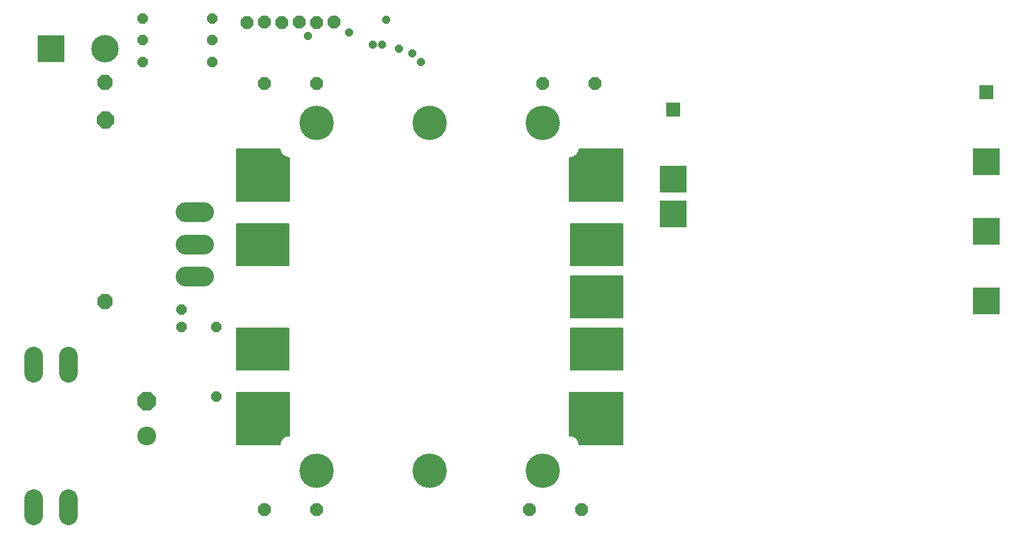
<source format=gts>
G75*
G70*
%OFA0B0*%
%FSLAX24Y24*%
%IPPOS*%
%LPD*%
%AMOC8*
5,1,8,0,0,1.08239X$1,22.5*
%
%ADD10C,0.1980*%
%ADD11C,0.0050*%
%ADD12OC8,0.0600*%
%ADD13C,0.1080*%
%ADD14OC8,0.1080*%
%ADD15OC8,0.0740*%
%ADD16R,0.0789X0.0789*%
%ADD17R,0.1580X0.1580*%
%ADD18C,0.1145*%
%ADD19C,0.1080*%
%ADD20C,0.1580*%
%ADD21OC8,0.0860*%
%ADD22OC8,0.0710*%
%ADD23OC8,0.0440*%
%ADD24OC8,0.0972*%
D10*
X018101Y006101D03*
X024601Y006101D03*
X031101Y006101D03*
X031101Y026101D03*
X024601Y026101D03*
X018101Y026101D03*
D11*
X016001Y024601D02*
X016013Y024510D01*
X016041Y024423D01*
X016084Y024342D01*
X016140Y024269D01*
X016207Y024208D01*
X016285Y024159D01*
X016370Y024124D01*
X016459Y024104D01*
X016551Y024101D01*
X016551Y021601D01*
X013501Y021601D01*
X013501Y024601D01*
X016001Y024601D01*
X016005Y024567D02*
X013501Y024567D01*
X013501Y024518D02*
X016012Y024518D01*
X016026Y024470D02*
X013501Y024470D01*
X013501Y024421D02*
X016042Y024421D01*
X016067Y024372D02*
X013501Y024372D01*
X013501Y024324D02*
X016097Y024324D01*
X016135Y024275D02*
X013501Y024275D01*
X013501Y024227D02*
X016186Y024227D01*
X016254Y024178D02*
X013501Y024178D01*
X013501Y024130D02*
X016355Y024130D01*
X016551Y024081D02*
X013501Y024081D01*
X013501Y024033D02*
X016551Y024033D01*
X016551Y023984D02*
X013501Y023984D01*
X013501Y023936D02*
X016551Y023936D01*
X016551Y023887D02*
X013501Y023887D01*
X013501Y023838D02*
X016551Y023838D01*
X016551Y023790D02*
X013501Y023790D01*
X013501Y023741D02*
X016551Y023741D01*
X016551Y023693D02*
X013501Y023693D01*
X013501Y023644D02*
X016551Y023644D01*
X016551Y023596D02*
X013501Y023596D01*
X013501Y023547D02*
X016551Y023547D01*
X016551Y023499D02*
X013501Y023499D01*
X013501Y023450D02*
X016551Y023450D01*
X016551Y023402D02*
X013501Y023402D01*
X013501Y023353D02*
X016551Y023353D01*
X016551Y023304D02*
X013501Y023304D01*
X013501Y023256D02*
X016551Y023256D01*
X016551Y023207D02*
X013501Y023207D01*
X013501Y023159D02*
X016551Y023159D01*
X016551Y023110D02*
X013501Y023110D01*
X013501Y023062D02*
X016551Y023062D01*
X016551Y023013D02*
X013501Y023013D01*
X013501Y022965D02*
X016551Y022965D01*
X016551Y022916D02*
X013501Y022916D01*
X013501Y022868D02*
X016551Y022868D01*
X016551Y022819D02*
X013501Y022819D01*
X013501Y022771D02*
X016551Y022771D01*
X016551Y022722D02*
X013501Y022722D01*
X013501Y022673D02*
X016551Y022673D01*
X016551Y022625D02*
X013501Y022625D01*
X013501Y022576D02*
X016551Y022576D01*
X016551Y022528D02*
X013501Y022528D01*
X013501Y022479D02*
X016551Y022479D01*
X016551Y022431D02*
X013501Y022431D01*
X013501Y022382D02*
X016551Y022382D01*
X016551Y022334D02*
X013501Y022334D01*
X013501Y022285D02*
X016551Y022285D01*
X016551Y022237D02*
X013501Y022237D01*
X013501Y022188D02*
X016551Y022188D01*
X016551Y022139D02*
X013501Y022139D01*
X013501Y022091D02*
X016551Y022091D01*
X016551Y022042D02*
X013501Y022042D01*
X013501Y021994D02*
X016551Y021994D01*
X016551Y021945D02*
X013501Y021945D01*
X013501Y021897D02*
X016551Y021897D01*
X016551Y021848D02*
X013501Y021848D01*
X013501Y021800D02*
X016551Y021800D01*
X016551Y021751D02*
X013501Y021751D01*
X013501Y021703D02*
X016551Y021703D01*
X016551Y021654D02*
X013501Y021654D01*
X013501Y021605D02*
X016551Y021605D01*
X016501Y020301D02*
X013501Y020301D01*
X013501Y017901D01*
X016501Y017901D01*
X016501Y020301D01*
X016501Y020295D02*
X013501Y020295D01*
X013501Y020246D02*
X016501Y020246D01*
X016501Y020198D02*
X013501Y020198D01*
X013501Y020149D02*
X016501Y020149D01*
X016501Y020101D02*
X013501Y020101D01*
X013501Y020052D02*
X016501Y020052D01*
X016501Y020004D02*
X013501Y020004D01*
X013501Y019955D02*
X016501Y019955D01*
X016501Y019906D02*
X013501Y019906D01*
X013501Y019858D02*
X016501Y019858D01*
X016501Y019809D02*
X013501Y019809D01*
X013501Y019761D02*
X016501Y019761D01*
X016501Y019712D02*
X013501Y019712D01*
X013501Y019664D02*
X016501Y019664D01*
X016501Y019615D02*
X013501Y019615D01*
X013501Y019567D02*
X016501Y019567D01*
X016501Y019518D02*
X013501Y019518D01*
X013501Y019470D02*
X016501Y019470D01*
X016501Y019421D02*
X013501Y019421D01*
X013501Y019372D02*
X016501Y019372D01*
X016501Y019324D02*
X013501Y019324D01*
X013501Y019275D02*
X016501Y019275D01*
X016501Y019227D02*
X013501Y019227D01*
X013501Y019178D02*
X016501Y019178D01*
X016501Y019130D02*
X013501Y019130D01*
X013501Y019081D02*
X016501Y019081D01*
X016501Y019033D02*
X013501Y019033D01*
X013501Y018984D02*
X016501Y018984D01*
X016501Y018936D02*
X013501Y018936D01*
X013501Y018887D02*
X016501Y018887D01*
X016501Y018839D02*
X013501Y018839D01*
X013501Y018790D02*
X016501Y018790D01*
X016501Y018741D02*
X013501Y018741D01*
X013501Y018693D02*
X016501Y018693D01*
X016501Y018644D02*
X013501Y018644D01*
X013501Y018596D02*
X016501Y018596D01*
X016501Y018547D02*
X013501Y018547D01*
X013501Y018499D02*
X016501Y018499D01*
X016501Y018450D02*
X013501Y018450D01*
X013501Y018402D02*
X016501Y018402D01*
X016501Y018353D02*
X013501Y018353D01*
X013501Y018305D02*
X016501Y018305D01*
X016501Y018256D02*
X013501Y018256D01*
X013501Y018207D02*
X016501Y018207D01*
X016501Y018159D02*
X013501Y018159D01*
X013501Y018110D02*
X016501Y018110D01*
X016501Y018062D02*
X013501Y018062D01*
X013501Y018013D02*
X016501Y018013D01*
X016501Y017965D02*
X013501Y017965D01*
X013501Y017916D02*
X016501Y017916D01*
X016501Y014301D02*
X013501Y014301D01*
X013501Y011901D01*
X016501Y011901D01*
X016501Y014301D01*
X016501Y014275D02*
X013501Y014275D01*
X013501Y014227D02*
X016501Y014227D01*
X016501Y014178D02*
X013501Y014178D01*
X013501Y014130D02*
X016501Y014130D01*
X016501Y014081D02*
X013501Y014081D01*
X013501Y014033D02*
X016501Y014033D01*
X016501Y013984D02*
X013501Y013984D01*
X013501Y013936D02*
X016501Y013936D01*
X016501Y013887D02*
X013501Y013887D01*
X013501Y013839D02*
X016501Y013839D01*
X016501Y013790D02*
X013501Y013790D01*
X013501Y013741D02*
X016501Y013741D01*
X016501Y013693D02*
X013501Y013693D01*
X013501Y013644D02*
X016501Y013644D01*
X016501Y013596D02*
X013501Y013596D01*
X013501Y013547D02*
X016501Y013547D01*
X016501Y013499D02*
X013501Y013499D01*
X013501Y013450D02*
X016501Y013450D01*
X016501Y013402D02*
X013501Y013402D01*
X013501Y013353D02*
X016501Y013353D01*
X016501Y013305D02*
X013501Y013305D01*
X013501Y013256D02*
X016501Y013256D01*
X016501Y013207D02*
X013501Y013207D01*
X013501Y013159D02*
X016501Y013159D01*
X016501Y013110D02*
X013501Y013110D01*
X013501Y013062D02*
X016501Y013062D01*
X016501Y013013D02*
X013501Y013013D01*
X013501Y012965D02*
X016501Y012965D01*
X016501Y012916D02*
X013501Y012916D01*
X013501Y012868D02*
X016501Y012868D01*
X016501Y012819D02*
X013501Y012819D01*
X013501Y012771D02*
X016501Y012771D01*
X016501Y012722D02*
X013501Y012722D01*
X013501Y012674D02*
X016501Y012674D01*
X016501Y012625D02*
X013501Y012625D01*
X013501Y012576D02*
X016501Y012576D01*
X016501Y012528D02*
X013501Y012528D01*
X013501Y012479D02*
X016501Y012479D01*
X016501Y012431D02*
X013501Y012431D01*
X013501Y012382D02*
X016501Y012382D01*
X016501Y012334D02*
X013501Y012334D01*
X013501Y012285D02*
X016501Y012285D01*
X016501Y012237D02*
X013501Y012237D01*
X013501Y012188D02*
X016501Y012188D01*
X016501Y012140D02*
X013501Y012140D01*
X013501Y012091D02*
X016501Y012091D01*
X016501Y012042D02*
X013501Y012042D01*
X013501Y011994D02*
X016501Y011994D01*
X016501Y011945D02*
X013501Y011945D01*
X013501Y010601D02*
X013501Y007601D01*
X016001Y007601D01*
X016013Y007692D01*
X016041Y007779D01*
X016084Y007860D01*
X016140Y007932D01*
X016207Y007994D01*
X016285Y008043D01*
X016370Y008078D01*
X016459Y008097D01*
X016551Y008101D01*
X016551Y010601D01*
X013501Y010601D01*
X013501Y010586D02*
X016551Y010586D01*
X016551Y010538D02*
X013501Y010538D01*
X013501Y010489D02*
X016551Y010489D01*
X016551Y010441D02*
X013501Y010441D01*
X013501Y010392D02*
X016551Y010392D01*
X016551Y010343D02*
X013501Y010343D01*
X013501Y010295D02*
X016551Y010295D01*
X016551Y010246D02*
X013501Y010246D01*
X013501Y010198D02*
X016551Y010198D01*
X016551Y010149D02*
X013501Y010149D01*
X013501Y010101D02*
X016551Y010101D01*
X016551Y010052D02*
X013501Y010052D01*
X013501Y010004D02*
X016551Y010004D01*
X016551Y009955D02*
X013501Y009955D01*
X013501Y009907D02*
X016551Y009907D01*
X016551Y009858D02*
X013501Y009858D01*
X013501Y009809D02*
X016551Y009809D01*
X016551Y009761D02*
X013501Y009761D01*
X013501Y009712D02*
X016551Y009712D01*
X016551Y009664D02*
X013501Y009664D01*
X013501Y009615D02*
X016551Y009615D01*
X016551Y009567D02*
X013501Y009567D01*
X013501Y009518D02*
X016551Y009518D01*
X016551Y009470D02*
X013501Y009470D01*
X013501Y009421D02*
X016551Y009421D01*
X016551Y009373D02*
X013501Y009373D01*
X013501Y009324D02*
X016551Y009324D01*
X016551Y009275D02*
X013501Y009275D01*
X013501Y009227D02*
X016551Y009227D01*
X016551Y009178D02*
X013501Y009178D01*
X013501Y009130D02*
X016551Y009130D01*
X016551Y009081D02*
X013501Y009081D01*
X013501Y009033D02*
X016551Y009033D01*
X016551Y008984D02*
X013501Y008984D01*
X013501Y008936D02*
X016551Y008936D01*
X016551Y008887D02*
X013501Y008887D01*
X013501Y008839D02*
X016551Y008839D01*
X016551Y008790D02*
X013501Y008790D01*
X013501Y008741D02*
X016551Y008741D01*
X016551Y008693D02*
X013501Y008693D01*
X013501Y008644D02*
X016551Y008644D01*
X016551Y008596D02*
X013501Y008596D01*
X013501Y008547D02*
X016551Y008547D01*
X016551Y008499D02*
X013501Y008499D01*
X013501Y008450D02*
X016551Y008450D01*
X016551Y008402D02*
X013501Y008402D01*
X013501Y008353D02*
X016551Y008353D01*
X016551Y008305D02*
X013501Y008305D01*
X013501Y008256D02*
X016551Y008256D01*
X016551Y008208D02*
X013501Y008208D01*
X013501Y008159D02*
X016551Y008159D01*
X016551Y008110D02*
X013501Y008110D01*
X013501Y008062D02*
X016331Y008062D01*
X016238Y008013D02*
X013501Y008013D01*
X013501Y007965D02*
X016175Y007965D01*
X016127Y007916D02*
X013501Y007916D01*
X013501Y007868D02*
X016090Y007868D01*
X016062Y007819D02*
X013501Y007819D01*
X013501Y007771D02*
X016038Y007771D01*
X016023Y007722D02*
X013501Y007722D01*
X013501Y007674D02*
X016011Y007674D01*
X016004Y007625D02*
X013501Y007625D01*
X032651Y008101D02*
X032651Y010601D01*
X035701Y010601D01*
X035701Y007601D01*
X033201Y007601D01*
X033188Y007692D01*
X033161Y007779D01*
X033118Y007860D01*
X033062Y007932D01*
X032994Y007994D01*
X032917Y008043D01*
X032832Y008078D01*
X032742Y008097D01*
X032651Y008101D01*
X032651Y008110D02*
X035701Y008110D01*
X035701Y008062D02*
X032870Y008062D01*
X032964Y008013D02*
X035701Y008013D01*
X035701Y007965D02*
X033026Y007965D01*
X033074Y007916D02*
X035701Y007916D01*
X035701Y007868D02*
X033112Y007868D01*
X033139Y007819D02*
X035701Y007819D01*
X035701Y007771D02*
X033163Y007771D01*
X033179Y007722D02*
X035701Y007722D01*
X035701Y007674D02*
X033191Y007674D01*
X033198Y007625D02*
X035701Y007625D01*
X035701Y008159D02*
X032651Y008159D01*
X032651Y008208D02*
X035701Y008208D01*
X035701Y008256D02*
X032651Y008256D01*
X032651Y008305D02*
X035701Y008305D01*
X035701Y008353D02*
X032651Y008353D01*
X032651Y008402D02*
X035701Y008402D01*
X035701Y008450D02*
X032651Y008450D01*
X032651Y008499D02*
X035701Y008499D01*
X035701Y008547D02*
X032651Y008547D01*
X032651Y008596D02*
X035701Y008596D01*
X035701Y008644D02*
X032651Y008644D01*
X032651Y008693D02*
X035701Y008693D01*
X035701Y008741D02*
X032651Y008741D01*
X032651Y008790D02*
X035701Y008790D01*
X035701Y008839D02*
X032651Y008839D01*
X032651Y008887D02*
X035701Y008887D01*
X035701Y008936D02*
X032651Y008936D01*
X032651Y008984D02*
X035701Y008984D01*
X035701Y009033D02*
X032651Y009033D01*
X032651Y009081D02*
X035701Y009081D01*
X035701Y009130D02*
X032651Y009130D01*
X032651Y009178D02*
X035701Y009178D01*
X035701Y009227D02*
X032651Y009227D01*
X032651Y009275D02*
X035701Y009275D01*
X035701Y009324D02*
X032651Y009324D01*
X032651Y009373D02*
X035701Y009373D01*
X035701Y009421D02*
X032651Y009421D01*
X032651Y009470D02*
X035701Y009470D01*
X035701Y009518D02*
X032651Y009518D01*
X032651Y009567D02*
X035701Y009567D01*
X035701Y009615D02*
X032651Y009615D01*
X032651Y009664D02*
X035701Y009664D01*
X035701Y009712D02*
X032651Y009712D01*
X032651Y009761D02*
X035701Y009761D01*
X035701Y009809D02*
X032651Y009809D01*
X032651Y009858D02*
X035701Y009858D01*
X035701Y009907D02*
X032651Y009907D01*
X032651Y009955D02*
X035701Y009955D01*
X035701Y010004D02*
X032651Y010004D01*
X032651Y010052D02*
X035701Y010052D01*
X035701Y010101D02*
X032651Y010101D01*
X032651Y010149D02*
X035701Y010149D01*
X035701Y010198D02*
X032651Y010198D01*
X032651Y010246D02*
X035701Y010246D01*
X035701Y010295D02*
X032651Y010295D01*
X032651Y010343D02*
X035701Y010343D01*
X035701Y010392D02*
X032651Y010392D01*
X032651Y010441D02*
X035701Y010441D01*
X035701Y010489D02*
X032651Y010489D01*
X032651Y010538D02*
X035701Y010538D01*
X035701Y010586D02*
X032651Y010586D01*
X032701Y011901D02*
X035701Y011901D01*
X035701Y014301D01*
X032701Y014301D01*
X032701Y011901D01*
X032701Y011945D02*
X035701Y011945D01*
X035701Y011994D02*
X032701Y011994D01*
X032701Y012042D02*
X035701Y012042D01*
X035701Y012091D02*
X032701Y012091D01*
X032701Y012140D02*
X035701Y012140D01*
X035701Y012188D02*
X032701Y012188D01*
X032701Y012237D02*
X035701Y012237D01*
X035701Y012285D02*
X032701Y012285D01*
X032701Y012334D02*
X035701Y012334D01*
X035701Y012382D02*
X032701Y012382D01*
X032701Y012431D02*
X035701Y012431D01*
X035701Y012479D02*
X032701Y012479D01*
X032701Y012528D02*
X035701Y012528D01*
X035701Y012576D02*
X032701Y012576D01*
X032701Y012625D02*
X035701Y012625D01*
X035701Y012674D02*
X032701Y012674D01*
X032701Y012722D02*
X035701Y012722D01*
X035701Y012771D02*
X032701Y012771D01*
X032701Y012819D02*
X035701Y012819D01*
X035701Y012868D02*
X032701Y012868D01*
X032701Y012916D02*
X035701Y012916D01*
X035701Y012965D02*
X032701Y012965D01*
X032701Y013013D02*
X035701Y013013D01*
X035701Y013062D02*
X032701Y013062D01*
X032701Y013110D02*
X035701Y013110D01*
X035701Y013159D02*
X032701Y013159D01*
X032701Y013207D02*
X035701Y013207D01*
X035701Y013256D02*
X032701Y013256D01*
X032701Y013305D02*
X035701Y013305D01*
X035701Y013353D02*
X032701Y013353D01*
X032701Y013402D02*
X035701Y013402D01*
X035701Y013450D02*
X032701Y013450D01*
X032701Y013499D02*
X035701Y013499D01*
X035701Y013547D02*
X032701Y013547D01*
X032701Y013596D02*
X035701Y013596D01*
X035701Y013644D02*
X032701Y013644D01*
X032701Y013693D02*
X035701Y013693D01*
X035701Y013741D02*
X032701Y013741D01*
X032701Y013790D02*
X035701Y013790D01*
X035701Y013839D02*
X032701Y013839D01*
X032701Y013887D02*
X035701Y013887D01*
X035701Y013936D02*
X032701Y013936D01*
X032701Y013984D02*
X035701Y013984D01*
X035701Y014033D02*
X032701Y014033D01*
X032701Y014081D02*
X035701Y014081D01*
X035701Y014130D02*
X032701Y014130D01*
X032701Y014178D02*
X035701Y014178D01*
X035701Y014227D02*
X032701Y014227D01*
X032701Y014275D02*
X035701Y014275D01*
X035701Y014901D02*
X032701Y014901D01*
X032701Y017301D01*
X035701Y017301D01*
X035701Y014901D01*
X035701Y014906D02*
X032701Y014906D01*
X032701Y014955D02*
X035701Y014955D01*
X035701Y015004D02*
X032701Y015004D01*
X032701Y015052D02*
X035701Y015052D01*
X035701Y015101D02*
X032701Y015101D01*
X032701Y015149D02*
X035701Y015149D01*
X035701Y015198D02*
X032701Y015198D01*
X032701Y015246D02*
X035701Y015246D01*
X035701Y015295D02*
X032701Y015295D01*
X032701Y015343D02*
X035701Y015343D01*
X035701Y015392D02*
X032701Y015392D01*
X032701Y015440D02*
X035701Y015440D01*
X035701Y015489D02*
X032701Y015489D01*
X032701Y015538D02*
X035701Y015538D01*
X035701Y015586D02*
X032701Y015586D01*
X032701Y015635D02*
X035701Y015635D01*
X035701Y015683D02*
X032701Y015683D01*
X032701Y015732D02*
X035701Y015732D01*
X035701Y015780D02*
X032701Y015780D01*
X032701Y015829D02*
X035701Y015829D01*
X035701Y015877D02*
X032701Y015877D01*
X032701Y015926D02*
X035701Y015926D01*
X035701Y015974D02*
X032701Y015974D01*
X032701Y016023D02*
X035701Y016023D01*
X035701Y016072D02*
X032701Y016072D01*
X032701Y016120D02*
X035701Y016120D01*
X035701Y016169D02*
X032701Y016169D01*
X032701Y016217D02*
X035701Y016217D01*
X035701Y016266D02*
X032701Y016266D01*
X032701Y016314D02*
X035701Y016314D01*
X035701Y016363D02*
X032701Y016363D01*
X032701Y016411D02*
X035701Y016411D01*
X035701Y016460D02*
X032701Y016460D01*
X032701Y016508D02*
X035701Y016508D01*
X035701Y016557D02*
X032701Y016557D01*
X032701Y016606D02*
X035701Y016606D01*
X035701Y016654D02*
X032701Y016654D01*
X032701Y016703D02*
X035701Y016703D01*
X035701Y016751D02*
X032701Y016751D01*
X032701Y016800D02*
X035701Y016800D01*
X035701Y016848D02*
X032701Y016848D01*
X032701Y016897D02*
X035701Y016897D01*
X035701Y016945D02*
X032701Y016945D01*
X032701Y016994D02*
X035701Y016994D01*
X035701Y017042D02*
X032701Y017042D01*
X032701Y017091D02*
X035701Y017091D01*
X035701Y017139D02*
X032701Y017139D01*
X032701Y017188D02*
X035701Y017188D01*
X035701Y017237D02*
X032701Y017237D01*
X032701Y017285D02*
X035701Y017285D01*
X035701Y017901D02*
X035701Y020301D01*
X032701Y020301D01*
X032701Y017901D01*
X035701Y017901D01*
X035701Y017916D02*
X032701Y017916D01*
X032701Y017965D02*
X035701Y017965D01*
X035701Y018013D02*
X032701Y018013D01*
X032701Y018062D02*
X035701Y018062D01*
X035701Y018110D02*
X032701Y018110D01*
X032701Y018159D02*
X035701Y018159D01*
X035701Y018207D02*
X032701Y018207D01*
X032701Y018256D02*
X035701Y018256D01*
X035701Y018305D02*
X032701Y018305D01*
X032701Y018353D02*
X035701Y018353D01*
X035701Y018402D02*
X032701Y018402D01*
X032701Y018450D02*
X035701Y018450D01*
X035701Y018499D02*
X032701Y018499D01*
X032701Y018547D02*
X035701Y018547D01*
X035701Y018596D02*
X032701Y018596D01*
X032701Y018644D02*
X035701Y018644D01*
X035701Y018693D02*
X032701Y018693D01*
X032701Y018741D02*
X035701Y018741D01*
X035701Y018790D02*
X032701Y018790D01*
X032701Y018839D02*
X035701Y018839D01*
X035701Y018887D02*
X032701Y018887D01*
X032701Y018936D02*
X035701Y018936D01*
X035701Y018984D02*
X032701Y018984D01*
X032701Y019033D02*
X035701Y019033D01*
X035701Y019081D02*
X032701Y019081D01*
X032701Y019130D02*
X035701Y019130D01*
X035701Y019178D02*
X032701Y019178D01*
X032701Y019227D02*
X035701Y019227D01*
X035701Y019275D02*
X032701Y019275D01*
X032701Y019324D02*
X035701Y019324D01*
X035701Y019372D02*
X032701Y019372D01*
X032701Y019421D02*
X035701Y019421D01*
X035701Y019470D02*
X032701Y019470D01*
X032701Y019518D02*
X035701Y019518D01*
X035701Y019567D02*
X032701Y019567D01*
X032701Y019615D02*
X035701Y019615D01*
X035701Y019664D02*
X032701Y019664D01*
X032701Y019712D02*
X035701Y019712D01*
X035701Y019761D02*
X032701Y019761D01*
X032701Y019809D02*
X035701Y019809D01*
X035701Y019858D02*
X032701Y019858D01*
X032701Y019906D02*
X035701Y019906D01*
X035701Y019955D02*
X032701Y019955D01*
X032701Y020004D02*
X035701Y020004D01*
X035701Y020052D02*
X032701Y020052D01*
X032701Y020101D02*
X035701Y020101D01*
X035701Y020149D02*
X032701Y020149D01*
X032701Y020198D02*
X035701Y020198D01*
X035701Y020246D02*
X032701Y020246D01*
X032701Y020295D02*
X035701Y020295D01*
X035701Y021601D02*
X032651Y021601D01*
X032651Y024101D01*
X032742Y024104D01*
X032832Y024124D01*
X032917Y024159D01*
X032994Y024208D01*
X033062Y024269D01*
X033118Y024342D01*
X033161Y024423D01*
X033188Y024510D01*
X033201Y024601D01*
X035701Y024601D01*
X035701Y021601D01*
X035701Y021605D02*
X032651Y021605D01*
X032651Y021654D02*
X035701Y021654D01*
X035701Y021703D02*
X032651Y021703D01*
X032651Y021751D02*
X035701Y021751D01*
X035701Y021800D02*
X032651Y021800D01*
X032651Y021848D02*
X035701Y021848D01*
X035701Y021897D02*
X032651Y021897D01*
X032651Y021945D02*
X035701Y021945D01*
X035701Y021994D02*
X032651Y021994D01*
X032651Y022042D02*
X035701Y022042D01*
X035701Y022091D02*
X032651Y022091D01*
X032651Y022139D02*
X035701Y022139D01*
X035701Y022188D02*
X032651Y022188D01*
X032651Y022237D02*
X035701Y022237D01*
X035701Y022285D02*
X032651Y022285D01*
X032651Y022334D02*
X035701Y022334D01*
X035701Y022382D02*
X032651Y022382D01*
X032651Y022431D02*
X035701Y022431D01*
X035701Y022479D02*
X032651Y022479D01*
X032651Y022528D02*
X035701Y022528D01*
X035701Y022576D02*
X032651Y022576D01*
X032651Y022625D02*
X035701Y022625D01*
X035701Y022673D02*
X032651Y022673D01*
X032651Y022722D02*
X035701Y022722D01*
X035701Y022771D02*
X032651Y022771D01*
X032651Y022819D02*
X035701Y022819D01*
X035701Y022868D02*
X032651Y022868D01*
X032651Y022916D02*
X035701Y022916D01*
X035701Y022965D02*
X032651Y022965D01*
X032651Y023013D02*
X035701Y023013D01*
X035701Y023062D02*
X032651Y023062D01*
X032651Y023110D02*
X035701Y023110D01*
X035701Y023159D02*
X032651Y023159D01*
X032651Y023207D02*
X035701Y023207D01*
X035701Y023256D02*
X032651Y023256D01*
X032651Y023304D02*
X035701Y023304D01*
X035701Y023353D02*
X032651Y023353D01*
X032651Y023402D02*
X035701Y023402D01*
X035701Y023450D02*
X032651Y023450D01*
X032651Y023499D02*
X035701Y023499D01*
X035701Y023547D02*
X032651Y023547D01*
X032651Y023596D02*
X035701Y023596D01*
X035701Y023644D02*
X032651Y023644D01*
X032651Y023693D02*
X035701Y023693D01*
X035701Y023741D02*
X032651Y023741D01*
X032651Y023790D02*
X035701Y023790D01*
X035701Y023838D02*
X032651Y023838D01*
X032651Y023887D02*
X035701Y023887D01*
X035701Y023936D02*
X032651Y023936D01*
X032651Y023984D02*
X035701Y023984D01*
X035701Y024033D02*
X032651Y024033D01*
X032651Y024081D02*
X035701Y024081D01*
X035701Y024130D02*
X032846Y024130D01*
X032948Y024178D02*
X035701Y024178D01*
X035701Y024227D02*
X033015Y024227D01*
X033067Y024275D02*
X035701Y024275D01*
X035701Y024324D02*
X033104Y024324D01*
X033134Y024372D02*
X035701Y024372D01*
X035701Y024421D02*
X033160Y024421D01*
X033176Y024470D02*
X035701Y024470D01*
X035701Y024518D02*
X033190Y024518D01*
X033196Y024567D02*
X035701Y024567D01*
D12*
X012101Y029601D03*
X012101Y030851D03*
X012101Y032101D03*
X008101Y032101D03*
X008101Y030851D03*
X008101Y029601D03*
X010351Y015351D03*
X010351Y014351D03*
X012351Y014351D03*
X012351Y010351D03*
D13*
X008351Y008101D03*
D14*
X008351Y010101D03*
D15*
X015101Y003851D03*
X018101Y003851D03*
X030351Y003851D03*
X033351Y003851D03*
X034101Y028351D03*
X031101Y028351D03*
X018101Y028351D03*
X015101Y028351D03*
D16*
X038595Y026855D03*
X056595Y027855D03*
D17*
X056595Y023855D03*
X056595Y019855D03*
X056595Y015855D03*
X038595Y020855D03*
X038595Y022855D03*
X002851Y030351D03*
D18*
X010568Y020951D02*
X011633Y020951D01*
X011633Y019101D02*
X010568Y019101D01*
X010568Y017251D02*
X011633Y017251D01*
D19*
X001851Y004501D02*
X001851Y003501D01*
X003851Y003501D02*
X003851Y004501D01*
X003851Y011701D02*
X003851Y012701D01*
X001851Y012701D02*
X001851Y011701D01*
D20*
X005955Y030351D03*
D21*
X005951Y028410D03*
X005951Y015812D03*
D22*
X014101Y031851D03*
X015101Y031901D03*
X016101Y031851D03*
X017101Y031901D03*
X018101Y031851D03*
X019101Y031901D03*
D23*
X019971Y031301D03*
X021351Y030601D03*
X021891Y030601D03*
X022851Y030351D03*
X023601Y030101D03*
X024101Y029601D03*
X022101Y032011D03*
X017601Y031101D03*
D24*
X005971Y026271D03*
M02*

</source>
